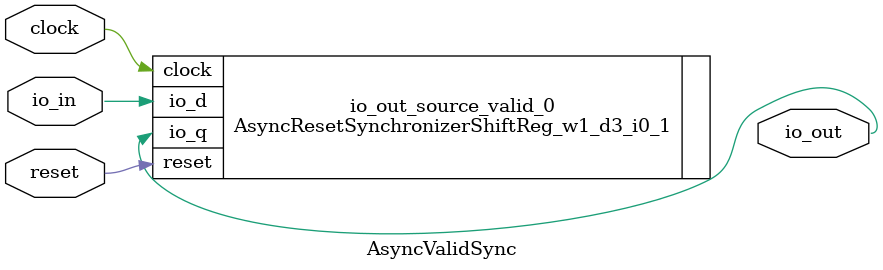
<source format=sv>
`ifndef RANDOMIZE
  `ifdef RANDOMIZE_REG_INIT
    `define RANDOMIZE
  `endif // RANDOMIZE_REG_INIT
`endif // not def RANDOMIZE
`ifndef RANDOMIZE
  `ifdef RANDOMIZE_MEM_INIT
    `define RANDOMIZE
  `endif // RANDOMIZE_MEM_INIT
`endif // not def RANDOMIZE

`ifndef RANDOM
  `define RANDOM $random
`endif // not def RANDOM

// Users can define 'ASSERT_VERBOSE_COND' to add an extra gate to assert error printing.
`ifndef ASSERT_VERBOSE_COND_
  `ifdef ASSERT_VERBOSE_COND
    `define ASSERT_VERBOSE_COND_ (`ASSERT_VERBOSE_COND)
  `else  // ASSERT_VERBOSE_COND
    `define ASSERT_VERBOSE_COND_ 1
  `endif // ASSERT_VERBOSE_COND
`endif // not def ASSERT_VERBOSE_COND_

// Users can define 'STOP_COND' to add an extra gate to stop conditions.
`ifndef STOP_COND_
  `ifdef STOP_COND
    `define STOP_COND_ (`STOP_COND)
  `else  // STOP_COND
    `define STOP_COND_ 1
  `endif // STOP_COND
`endif // not def STOP_COND_

// Users can define INIT_RANDOM as general code that gets injected into the
// initializer block for modules with registers.
`ifndef INIT_RANDOM
  `define INIT_RANDOM
`endif // not def INIT_RANDOM

// If using random initialization, you can also define RANDOMIZE_DELAY to
// customize the delay used, otherwise 0.002 is used.
`ifndef RANDOMIZE_DELAY
  `define RANDOMIZE_DELAY 0.002
`endif // not def RANDOMIZE_DELAY

// Define INIT_RANDOM_PROLOG_ for use in our modules below.
`ifndef INIT_RANDOM_PROLOG_
  `ifdef RANDOMIZE
    `ifdef VERILATOR
      `define INIT_RANDOM_PROLOG_ `INIT_RANDOM
    `else  // VERILATOR
      `define INIT_RANDOM_PROLOG_ `INIT_RANDOM #`RANDOMIZE_DELAY begin end
    `endif // VERILATOR
  `else  // RANDOMIZE
    `define INIT_RANDOM_PROLOG_
  `endif // RANDOMIZE
`endif // not def INIT_RANDOM_PROLOG_

module AsyncValidSync(
  input  io_in,	// src/main/scala/util/AsyncQueue.scala:59:14
         clock,	// src/main/scala/util/AsyncQueue.scala:63:17
         reset,	// src/main/scala/util/AsyncQueue.scala:64:17
  output io_out	// src/main/scala/util/AsyncQueue.scala:59:14
);

  AsyncResetSynchronizerShiftReg_w1_d3_i0_1 io_out_source_valid_0 (	// src/main/scala/util/ShiftReg.scala:45:23
    .clock (clock),
    .reset (reset),
    .io_d  (io_in),
    .io_q  (io_out)
  );
endmodule


</source>
